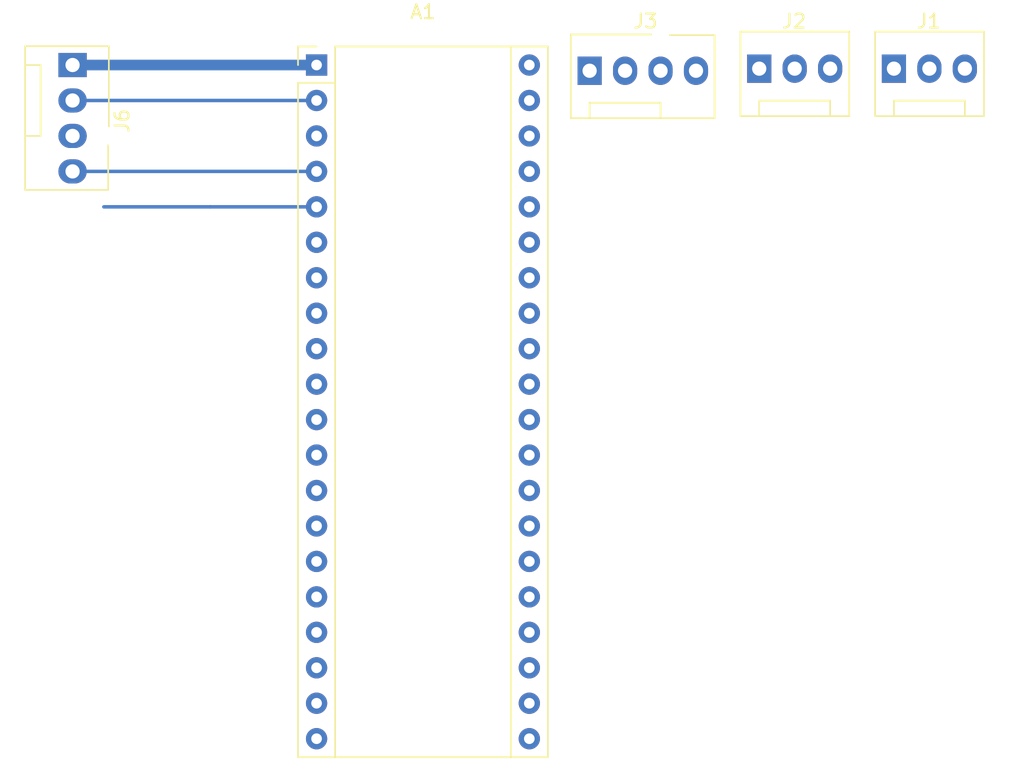
<source format=kicad_pcb>
(kicad_pcb (version 20211014) (generator pcbnew)
  (layers (0 "F.Cu" signal) (31 "B.Cu" signal) (34 "B.Paste" user) (35 "F.Paste" user) (36 "B.SilkS" user "B.Silkscreen") (37 "F.SilkS" user "F.Silkscreen") (38 "B.Mask" user) (39 "F.Mask" user) (44 "Edge.Cuts" user))
  (net 0 "")
  (net 1 "VCC")
  (net 2 "GND")
  (net 4 "SCL")
  (net 5 "SDA")
  (footprint "Connector:FanPinHeader_1x04_P2.54mm_Vertical" (layer "F.Cu") (at 114.6 60.96 -90)
    (fp_text reference "J6" (at 4 -3.55 90) (layer "F.SilkS"))
    (fp_text value "Conn_01x04_Female")
    (fp_line (start 8.95 -2.55) (end 8.95 3.4) (layer "F.SilkS") (width 0.12))
    (fp_line (start -1.35 -2.6) (end 4.4 -2.6) (layer "F.SilkS") (width 0.12))
    (fp_line (start 5.08 2.29) (end 5.08 3.3) (layer "F.SilkS") (width 0.12))
    (fp_line (start 8.95 3.4) (end -1.35 3.4) (layer "F.SilkS") (width 0.12))
    (fp_line (start 0 2.29) (end 5.08 2.29) (layer "F.SilkS") (width 0.12))
    (fp_line (start 0 3.3) (end 0 2.29) (layer "F.SilkS") (width 0.12))
    (fp_line (start 5.75 -2.55) (end 8.95 -2.55) (layer "F.SilkS") (width 0.12))
    (fp_line (start -1.35 3.4) (end -1.35 -2.6) (layer "F.SilkS") (width 0.12))
    (pad "" np_thru_hole circle (at 5.08 -2.16) (size 1.1 1.1) (drill 1.1) (layers *.Cu *.Mask))
    (pad "1" thru_hole rect (at 0 0) (size 2.03 1.73) (drill 1.02) (layers *.Cu *.Mask) (net 1 "VCC"))
    (pad "2" thru_hole oval (at 2.54 0) (size 2.03 1.73) (drill 1.02) (layers *.Cu *.Mask) (net 2 "GND"))
    (pad "3" thru_hole oval (at 5.08 0) (size 2.03 1.73) (drill 1.02) (layers *.Cu *.Mask) (net 5 "SDA"))
    (pad "4" thru_hole oval (at 7.62 0) (size 2.03 1.73) (drill 1.02) (layers *.Cu *.Mask) (net 4 "SCL"))
  )
  (footprint "Connector:FanPinHeader_1x03_P2.54mm_Vertical" (layer "F.Cu") (at 173.44 61.22)
    (fp_text reference "J1" (at 2.5 -3.4) (layer "F.SilkS"))
    (fp_text value "Conn_01x03_Male")
    (fp_line (start 6.45 -2.65) (end 6.45 3.4) (layer "F.SilkS") (width 0.12))
    (fp_line (start 0 2.29) (end 5.08 2.29) (layer "F.SilkS") (width 0.12))
    (fp_line (start 0 3.3) (end 0 2.29) (layer "F.SilkS") (width 0.12))
    (fp_line (start 5.08 2.29) (end 5.08 3.3) (layer "F.SilkS") (width 0.12))
    (fp_line (start -1.35 -2.65) (end 6.45 -2.65) (layer "F.SilkS") (width 0.12))
    (fp_line (start -1.35 3.4) (end -1.35 -2.65) (layer "F.SilkS") (width 0.12))
    (fp_line (start 6.45 3.4) (end -1.35 3.4) (layer "F.SilkS") (width 0.12))
    (pad "1" thru_hole rect (at 0 0 90) (size 2.03 1.73) (drill 1.02) (layers *.Cu *.Mask))
    (pad "2" thru_hole oval (at 2.54 0 90) (size 2.03 1.73) (drill 1.02) (layers *.Cu *.Mask))
    (pad "3" thru_hole oval (at 5.08 0 90) (size 2.03 1.73) (drill 1.02) (layers *.Cu *.Mask))
  )
  (footprint "Module:Maple_Mini" (layer "F.Cu") (at 132.08 60.96)
    (fp_text reference "A1" (at 7.62 -3.81) (layer "F.SilkS"))
    (fp_text value "Maple_Mini")
    (fp_line (start -1.33 -1.33) (end -1.33 0) (layer "F.SilkS") (width 0.12))
    (fp_line (start 13.91 49.59) (end 13.91 -1.33) (layer "F.SilkS") (width 0.12))
    (fp_line (start 16.57 49.59) (end -1.33 49.59) (layer "F.SilkS") (width 0.12))
    (fp_line (start 0 -1.33) (end -1.33 -1.33) (layer "F.SilkS") (width 0.12))
    (fp_line (start 1.33 -1.33) (end 16.57 -1.33) (layer "F.SilkS") (width 0.12))
    (fp_line (start 1.33 -1.33) (end 1.33 49.59) (layer "F.SilkS") (width 0.12))
    (fp_line (start -1.33 49.59) (end -1.33 1.27) (layer "F.SilkS") (width 0.12))
    (fp_line (start 16.57 -1.33) (end 16.57 49.59) (layer "F.SilkS") (width 0.12))
    (fp_line (start -1.33 1.27) (end 1.33 1.27) (layer "F.SilkS") (width 0.12))
    (pad "1" thru_hole rect (at 0 0) (size 1.524 1.524) (drill 0.762) (layers *.Cu *.Mask) (net 1 "VCC"))
    (pad "2" thru_hole circle (at 0 2.54) (size 1.524 1.524) (drill 0.762) (layers *.Cu *.Mask) (net 2 "GND"))
    (pad "3" thru_hole circle (at 0 5.08) (size 1.524 1.524) (drill 0.762) (layers *.Cu *.Mask))
    (pad "4" thru_hole circle (at 0 7.62) (size 1.524 1.524) (drill 0.762) (layers *.Cu *.Mask) (net 4 "SCL"))
    (pad "5" thru_hole circle (at 0 10.16) (size 1.524 1.524) (drill 0.762) (layers *.Cu *.Mask) (net 5 "SDA"))
    (pad "6" thru_hole circle (at 0 12.7) (size 1.524 1.524) (drill 0.762) (layers *.Cu *.Mask))
    (pad "7" thru_hole circle (at 0 15.24) (size 1.524 1.524) (drill 0.762) (layers *.Cu *.Mask))
    (pad "8" thru_hole circle (at 0 17.78) (size 1.524 1.524) (drill 0.762) (layers *.Cu *.Mask))
    (pad "9" thru_hole circle (at 0 20.32) (size 1.524 1.524) (drill 0.762) (layers *.Cu *.Mask))
    (pad "10" thru_hole circle (at 0 22.86) (size 1.524 1.524) (drill 0.762) (layers *.Cu *.Mask))
    (pad "11" thru_hole circle (at 0 25.4) (size 1.524 1.524) (drill 0.762) (layers *.Cu *.Mask))
    (pad "12" thru_hole circle (at 0 27.94) (size 1.524 1.524) (drill 0.762) (layers *.Cu *.Mask))
    (pad "13" thru_hole circle (at 0 30.48) (size 1.524 1.524) (drill 0.762) (layers *.Cu *.Mask))
    (pad "14" thru_hole circle (at 0 33.02) (size 1.524 1.524) (drill 0.762) (layers *.Cu *.Mask))
    (pad "15" thru_hole circle (at 0 35.56) (size 1.524 1.524) (drill 0.762) (layers *.Cu *.Mask))
    (pad "16" thru_hole circle (at 0 38.1) (size 1.524 1.524) (drill 0.762) (layers *.Cu *.Mask))
    (pad "17" thru_hole circle (at 0 40.64) (size 1.524 1.524) (drill 0.762) (layers *.Cu *.Mask))
    (pad "18" thru_hole circle (at 0 43.18) (size 1.524 1.524) (drill 0.762) (layers *.Cu *.Mask))
    (pad "19" thru_hole circle (at 0 45.72) (size 1.524 1.524) (drill 0.762) (layers *.Cu *.Mask))
    (pad "20" thru_hole circle (at 0 48.26) (size 1.524 1.524) (drill 0.762) (layers *.Cu *.Mask))
    (pad "21" thru_hole circle (at 15.24 48.26) (size 1.524 1.524) (drill 0.762) (layers *.Cu *.Mask))
    (pad "22" thru_hole circle (at 15.24 45.72) (size 1.524 1.524) (drill 0.762) (layers *.Cu *.Mask))
    (pad "23" thru_hole circle (at 15.24 43.18) (size 1.524 1.524) (drill 0.762) (layers *.Cu *.Mask))
    (pad "24" thru_hole circle (at 15.24 40.64) (size 1.524 1.524) (drill 0.762) (layers *.Cu *.Mask))
    (pad "25" thru_hole circle (at 15.24 38.1) (size 1.524 1.524) (drill 0.762) (layers *.Cu *.Mask))
    (pad "26" thru_hole circle (at 15.24 35.56) (size 1.524 1.524) (drill 0.762) (layers *.Cu *.Mask))
    (pad "27" thru_hole circle (at 15.24 33.02) (size 1.524 1.524) (drill 0.762) (layers *.Cu *.Mask))
    (pad "28" thru_hole circle (at 15.24 30.48) (size 1.524 1.524) (drill 0.762) (layers *.Cu *.Mask))
    (pad "29" thru_hole circle (at 15.24 27.94) (size 1.524 1.524) (drill 0.762) (layers *.Cu *.Mask))
    (pad "30" thru_hole circle (at 15.24 25.4) (size 1.524 1.524) (drill 0.762) (layers *.Cu *.Mask))
    (pad "31" thru_hole circle (at 15.24 22.86) (size 1.524 1.524) (drill 0.762) (layers *.Cu *.Mask))
    (pad "32" thru_hole circle (at 15.24 20.32) (size 1.524 1.524) (drill 0.762) (layers *.Cu *.Mask))
    (pad "33" thru_hole circle (at 15.24 17.78) (size 1.524 1.524) (drill 0.762) (layers *.Cu *.Mask))
    (pad "34" thru_hole circle (at 15.24 15.24) (size 1.524 1.524) (drill 0.762) (layers *.Cu *.Mask))
    (pad "35" thru_hole circle (at 15.24 12.7) (size 1.524 1.524) (drill 0.762) (layers *.Cu *.Mask))
    (pad "36" thru_hole circle (at 15.24 10.16) (size 1.524 1.524) (drill 0.762) (layers *.Cu *.Mask))
    (pad "37" thru_hole circle (at 15.24 7.62) (size 1.524 1.524) (drill 0.762) (layers *.Cu *.Mask))
    (pad "38" thru_hole circle (at 15.24 5.08) (size 1.524 1.524) (drill 0.762) (layers *.Cu *.Mask))
    (pad "39" thru_hole circle (at 15.24 2.54) (size 1.524 1.524) (drill 0.762) (layers *.Cu *.Mask))
    (pad "40" thru_hole circle (at 15.24 0) (size 1.524 1.524) (drill 0.762) (layers *.Cu *.Mask))
  )
  (footprint "Connector:FanPinHeader_1x04_P2.54mm_Vertical" (layer "F.Cu") (at 151.64 61.37)
    (fp_text reference "J3" (at 4 -3.55) (layer "F.SilkS"))
    (fp_text value "Conn_01x04_Female")
    (fp_line (start 5.08 2.29) (end 5.08 3.3) (layer "F.SilkS") (width 0.12))
    (fp_line (start -1.35 3.4) (end -1.35 -2.6) (layer "F.SilkS") (width 0.12))
    (fp_line (start 5.75 -2.55) (end 8.95 -2.55) (layer "F.SilkS") (width 0.12))
    (fp_line (start 8.95 -2.55) (end 8.95 3.4) (layer "F.SilkS") (width 0.12))
    (fp_line (start 0 2.29) (end 5.08 2.29) (layer "F.SilkS") (width 0.12))
    (fp_line (start 0 3.3) (end 0 2.29) (layer "F.SilkS") (width 0.12))
    (fp_line (start 8.95 3.4) (end -1.35 3.4) (layer "F.SilkS") (width 0.12))
    (fp_line (start -1.35 -2.6) (end 4.4 -2.6) (layer "F.SilkS") (width 0.12))
    (pad "" np_thru_hole circle (at 5.08 -2.16 90) (size 1.1 1.1) (drill 1.1) (layers *.Cu *.Mask))
    (pad "1" thru_hole rect (at 0 0 90) (size 2.03 1.73) (drill 1.02) (layers *.Cu *.Mask))
    (pad "2" thru_hole oval (at 2.54 0 90) (size 2.03 1.73) (drill 1.02) (layers *.Cu *.Mask))
    (pad "3" thru_hole oval (at 5.08 0 90) (size 2.03 1.73) (drill 1.02) (layers *.Cu *.Mask))
    (pad "4" thru_hole oval (at 7.62 0 90) (size 2.03 1.73) (drill 1.02) (layers *.Cu *.Mask))
  )
  (footprint "Connector:FanPinHeader_1x03_P2.54mm_Vertical" (layer "F.Cu") (at 163.79 61.22)
    (fp_text reference "J2" (at 2.5 -3.4) (layer "F.SilkS"))
    (fp_text value "Conn_01x03_Male")
    (fp_line (start -1.35 -2.65) (end 6.45 -2.65) (layer "F.SilkS") (width 0.12))
    (fp_line (start 6.45 3.4) (end -1.35 3.4) (layer "F.SilkS") (width 0.12))
    (fp_line (start 0 2.29) (end 5.08 2.29) (layer "F.SilkS") (width 0.12))
    (fp_line (start -1.35 3.4) (end -1.35 -2.65) (layer "F.SilkS") (width 0.12))
    (fp_line (start 0 3.3) (end 0 2.29) (layer "F.SilkS") (width 0.12))
    (fp_line (start 6.45 -2.65) (end 6.45 3.4) (layer "F.SilkS") (width 0.12))
    (fp_line (start 5.08 2.29) (end 5.08 3.3) (layer "F.SilkS") (width 0.12))
    (pad "1" thru_hole rect (at 0 0 90) (size 2.03 1.73) (drill 1.02) (layers *.Cu *.Mask))
    (pad "2" thru_hole oval (at 2.54 0 90) (size 2.03 1.73) (drill 1.02) (layers *.Cu *.Mask))
    (pad "3" thru_hole oval (at 5.08 0 90) (size 2.03 1.73) (drill 1.02) (layers *.Cu *.Mask))
  )
  (segment (start 114.6 60.96) (end 132.08 60.96) (width 0.762) (layer "B.Cu") (net 1))
  (segment (start 114.6 63.5) (end 132.08 63.5) (width 0.25) (layer "B.Cu") (net 2))
  (segment (start 114.6 68.58) (end 132.08 68.58) (width 0.25) (layer "B.Cu") (net 4))
  (segment (start 116.84 71.12) (end 124.46 71.12) (width 0.25) (layer "B.Cu") (net 5))
  (segment (start 124.46 71.12) (end 132.08 71.12) (width 0.25) (layer "B.Cu") (net 5))
)
</source>
